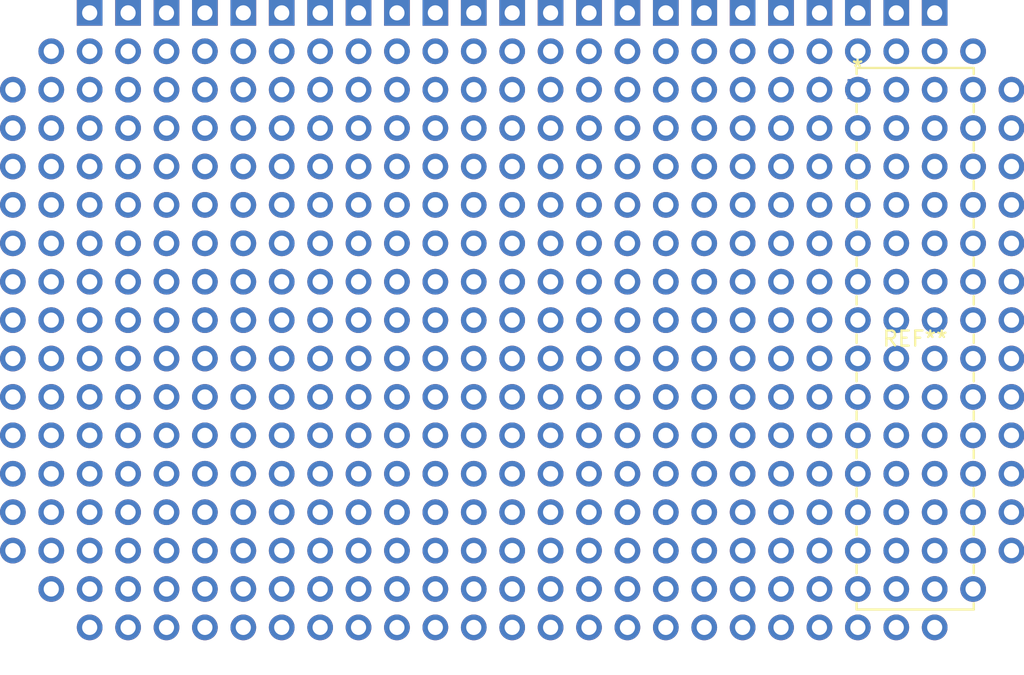
<source format=kicad_pcb>
(kicad_pcb (version 20240108) (generator "pcbnew") (generator_version "8.0")
  (layers (0 "F.Cu" signal) (31 "B.Cu" signal) (34 "B.Paste" user) (35 "F.Paste" user) (36 "B.SilkS" user "B.Silkscreen") (37 "F.SilkS" user "F.Silkscreen") (38 "B.Mask" user) (39 "F.Mask" user) (44 "Edge.Cuts" user))
  (net 0 "")
  (footprint "footprints:SPDIP28_SP_MCH" (layer "F.Cu") (at 89.88 37.26)
    (property "Reference" "REF**" (at 3.81 16.51 0) (layer "F.SilkS"))
    (property "Value" "SPDIP28_SP_MCH")
    (fp_line (start -0.0635 -1.397) (end -0.0635 -0.99314) (stroke (width 0.1524)) (layer "F.SilkS"))
    (fp_line (start -0.0635 0.99314) (end -0.0635 1.548892) (stroke (width 0.1524)) (layer "F.SilkS"))
    (fp_line (start -0.0635 3.531108) (end -0.0635 4.088892) (stroke (width 0.1524)) (layer "F.SilkS"))
    (fp_line (start -0.0635 6.071108) (end -0.0635 6.628892) (stroke (width 0.1524)) (layer "F.SilkS"))
    (fp_line (start -0.0635 8.611108) (end -0.0635 9.168892) (stroke (width 0.1524)) (layer "F.SilkS"))
    (fp_line (start -0.0635 11.151108) (end -0.0635 11.708892) (stroke (width 0.1524)) (layer "F.SilkS"))
    (fp_line (start -0.0635 13.691108) (end -0.0635 14.248892) (stroke (width 0.1524)) (layer "F.SilkS"))
    (fp_line (start -0.0635 16.231108) (end -0.0635 16.788892) (stroke (width 0.1524)) (layer "F.SilkS"))
    (fp_line (start -0.0635 18.771108) (end -0.0635 19.328892) (stroke (width 0.1524)) (layer "F.SilkS"))
    (fp_line (start -0.0635 21.311108) (end -0.0635 21.868892) (stroke (width 0.1524)) (layer "F.SilkS"))
    (fp_line (start -0.0635 23.851108) (end -0.0635 24.408892) (stroke (width 0.1524)) (layer "F.SilkS"))
    (fp_line (start -0.0635 26.391108) (end -0.0635 26.948892) (stroke (width 0.1524)) (layer "F.SilkS"))
    (fp_line (start -0.0635 28.931108) (end -0.0635 29.488892) (stroke (width 0.1524)) (layer "F.SilkS"))
    (fp_line (start -0.0635 31.471108) (end -0.0635 32.028892) (stroke (width 0.1524)) (layer "F.SilkS"))
    (fp_line (start -0.0635 34.011108) (end -0.0635 34.417) (stroke (width 0.1524)) (layer "F.SilkS"))
    (fp_line (start -0.0635 34.417) (end 7.6835 34.417) (stroke (width 0.1524)) (layer "F.SilkS"))
    (fp_line (start 7.6835 -1.397) (end -0.0635 -1.397) (stroke (width 0.1524)) (layer "F.SilkS"))
    (fp_line (start 7.6835 -0.991108) (end 7.6835 -1.397) (stroke (width 0.1524)) (layer "F.SilkS"))
    (fp_line (start 7.6835 1.548892) (end 7.6835 0.991108) (stroke (width 0.1524)) (layer "F.SilkS"))
    (fp_line (start 7.6835 4.088892) (end 7.6835 3.531108) (stroke (width 0.1524)) (layer "F.SilkS"))
    (fp_line (start 7.6835 6.628892) (end 7.6835 6.071108) (stroke (width 0.1524)) (layer "F.SilkS"))
    (fp_line (start 7.6835 9.168892) (end 7.6835 8.611108) (stroke (width 0.1524)) (layer "F.SilkS"))
    (fp_line (start 7.6835 11.708892) (end 7.6835 11.151108) (stroke (width 0.1524)) (layer "F.SilkS"))
    (fp_line (start 7.6835 14.248892) (end 7.6835 13.691108) (stroke (width 0.1524)) (layer "F.SilkS"))
    (fp_line (start 7.6835 16.788892) (end 7.6835 16.231108) (stroke (width 0.1524)) (layer "F.SilkS"))
    (fp_line (start 7.6835 19.328892) (end 7.6835 18.771108) (stroke (width 0.1524)) (layer "F.SilkS"))
    (fp_line (start 7.6835 21.868892) (end 7.6835 21.311108) (stroke (width 0.1524)) (layer "F.SilkS"))
    (fp_line (start 7.6835 24.408892) (end 7.6835 23.851108) (stroke (width 0.1524)) (layer "F.SilkS"))
    (fp_line (start 7.6835 26.948892) (end 7.6835 26.391108) (stroke (width 0.1524)) (layer "F.SilkS"))
    (fp_line (start 7.6835 29.488892) (end 7.6835 28.931108) (stroke (width 0.1524)) (layer "F.SilkS"))
    (fp_line (start 7.6835 32.028892) (end 7.6835 31.471108) (stroke (width 0.1524)) (layer "F.SilkS"))
    (fp_line (start 7.6835 34.417) (end 7.6835 34.011108) (stroke (width 0.1524)) (layer "F.SilkS"))
    (fp_text user "*" (at 0 -1.4224 0) (layer "F.SilkS"))
    (fp_text user "*" (at 0 -1.4224 0) (layer "F.SilkS"))
    (pad "1" thru_hole rect (at 0 0) (size 1.3208 1.3208) (drill 0.8128) (layers "*.Cu" "*.Mask"))
    (pad "2" thru_hole circle (at 0 2.54) (size 1.3208 1.3208) (drill 0.8128) (layers "*.Cu" "*.Mask"))
    (pad "3" thru_hole circle (at 0 5.08) (size 1.3208 1.3208) (drill 0.8128) (layers "*.Cu" "*.Mask"))
    (pad "4" thru_hole circle (at 0 7.62) (size 1.3208 1.3208) (drill 0.8128) (layers "*.Cu" "*.Mask"))
    (pad "5" thru_hole circle (at 0 10.16) (size 1.3208 1.3208) (drill 0.8128) (layers "*.Cu" "*.Mask"))
    (pad "6" thru_hole circle (at 0 12.7) (size 1.3208 1.3208) (drill 0.8128) (layers "*.Cu" "*.Mask"))
    (pad "7" thru_hole circle (at 0 15.24) (size 1.3208 1.3208) (drill 0.8128) (layers "*.Cu" "*.Mask"))
    (pad "8" thru_hole circle (at 0 17.78) (size 1.3208 1.3208) (drill 0.8128) (layers "*.Cu" "*.Mask"))
    (pad "9" thru_hole circle (at 0 20.32) (size 1.3208 1.3208) (drill 0.8128) (layers "*.Cu" "*.Mask"))
    (pad "10" thru_hole circle (at 0 22.86) (size 1.3208 1.3208) (drill 0.8128) (layers "*.Cu" "*.Mask"))
    (pad "11" thru_hole circle (at 0 25.4) (size 1.3208 1.3208) (drill 0.8128) (layers "*.Cu" "*.Mask"))
    (pad "12" thru_hole circle (at 0 27.94) (size 1.3208 1.3208) (drill 0.8128) (layers "*.Cu" "*.Mask"))
    (pad "13" thru_hole circle (at 0 30.48) (size 1.3208 1.3208) (drill 0.8128) (layers "*.Cu" "*.Mask"))
    (pad "14" thru_hole circle (at 0 33.02) (size 1.3208 1.3208) (drill 0.8128) (layers "*.Cu" "*.Mask"))
    (pad "15" thru_hole circle (at 7.62 33.02) (size 1.3208 1.3208) (drill 0.8128) (layers "*.Cu" "*.Mask"))
    (pad "16" thru_hole circle (at 7.62 30.48) (size 1.3208 1.3208) (drill 0.8128) (layers "*.Cu" "*.Mask"))
    (pad "17" thru_hole circle (at 7.62 27.94) (size 1.3208 1.3208) (drill 0.8128) (layers "*.Cu" "*.Mask"))
    (pad "18" thru_hole circle (at 7.62 25.4) (size 1.3208 1.3208) (drill 0.8128) (layers "*.Cu" "*.Mask"))
    (pad "19" thru_hole circle (at 7.62 22.86) (size 1.3208 1.3208) (drill 0.8128) (layers "*.Cu" "*.Mask"))
    (pad "20" thru_hole circle (at 7.62 20.32) (size 1.3208 1.3208) (drill 0.8128) (layers "*.Cu" "*.Mask"))
    (pad "21" thru_hole circle (at 7.62 17.78) (size 1.3208 1.3208) (drill 0.8128) (layers "*.Cu" "*.Mask"))
    (pad "22" thru_hole circle (at 7.62 15.24) (size 1.3208 1.3208) (drill 0.8128) (layers "*.Cu" "*.Mask"))
    (pad "23" thru_hole circle (at 7.62 12.7) (size 1.3208 1.3208) (drill 0.8128) (layers "*.Cu" "*.Mask"))
    (pad "24" thru_hole circle (at 7.62 10.16) (size 1.3208 1.3208) (drill 0.8128) (layers "*.Cu" "*.Mask"))
    (pad "25" thru_hole circle (at 7.62 7.62) (size 1.3208 1.3208) (drill 0.8128) (layers "*.Cu" "*.Mask"))
    (pad "26" thru_hole circle (at 7.62 5.08) (size 1.3208 1.3208) (drill 0.8128) (layers "*.Cu" "*.Mask"))
    (pad "27" thru_hole circle (at 7.62 2.54) (size 1.3208 1.3208) (drill 0.8128) (layers "*.Cu" "*.Mask"))
    (pad "28" thru_hole circle (at 7.62 0) (size 1.3208 1.3208) (drill 0.8128) (layers "*.Cu" "*.Mask"))
  )
  (footprint "universal:Universal_board_27x17_P2.54mm" (layer "F.Cu") (at 67.04 32.22)
    (property "Reference" "REF**" (hide yes))
    (property "Value" "Universal_board_27x17_P2.54mm")
    (pad "1" thru_hole rect (at -27.94 0) (size 1.7 1.7) (drill 1) (layers "*.Cu" "*.Mask"))
    (pad "1" thru_hole rect (at -25.4 0) (size 1.7 1.7) (drill 1) (layers "*.Cu" "*.Mask"))
    (pad "1" thru_hole rect (at -22.86 0) (size 1.7 1.7) (drill 1) (layers "*.Cu" "*.Mask"))
    (pad "1" thru_hole rect (at -20.32 0) (size 1.7 1.7) (drill 1) (layers "*.Cu" "*.Mask"))
    (pad "1" thru_hole rect (at -17.78 0) (size 1.7 1.7) (drill 1) (layers "*.Cu" "*.Mask"))
    (pad "1" thru_hole rect (at -15.24 0) (size 1.7 1.7) (drill 1) (layers "*.Cu" "*.Mask"))
    (pad "1" thru_hole rect (at -12.7 0) (size 1.7 1.7) (drill 1) (layers "*.Cu" "*.Mask"))
    (pad "1" thru_hole rect (at -10.16 0) (size 1.7 1.7) (drill 1) (layers "*.Cu" "*.Mask"))
    (pad "1" thru_hole rect (at -7.62 0) (size 1.7 1.7) (drill 1) (layers "*.Cu" "*.Mask"))
    (pad "1" thru_hole rect (at -5.08 0) (size 1.7 1.7) (drill 1) (layers "*.Cu" "*.Mask"))
    (pad "1" thru_hole rect (at -2.54 0) (size 1.7 1.7) (drill 1) (layers "*.Cu" "*.Mask"))
    (pad "1" thru_hole rect (at 0 0) (size 1.7 1.7) (drill 1) (layers "*.Cu" "*.Mask"))
    (pad "1" thru_hole rect (at 2.54 0) (size 1.7 1.7) (drill 1) (layers "*.Cu" "*.Mask"))
    (pad "1" thru_hole rect (at 5.08 0) (size 1.7 1.7) (drill 1) (layers "*.Cu" "*.Mask"))
    (pad "1" thru_hole rect (at 7.62 0) (size 1.7 1.7) (drill 1) (layers "*.Cu" "*.Mask"))
    (pad "1" thru_hole rect (at 10.16 0) (size 1.7 1.7) (drill 1) (layers "*.Cu" "*.Mask"))
    (pad "1" thru_hole rect (at 12.7 0) (size 1.7 1.7) (drill 1) (layers "*.Cu" "*.Mask"))
    (pad "1" thru_hole rect (at 15.24 0) (size 1.7 1.7) (drill 1) (layers "*.Cu" "*.Mask"))
    (pad "1" thru_hole rect (at 17.78 0) (size 1.7 1.7) (drill 1) (layers "*.Cu" "*.Mask"))
    (pad "1" thru_hole rect (at 20.32 0) (size 1.7 1.7) (drill 1) (layers "*.Cu" "*.Mask"))
    (pad "1" thru_hole rect (at 22.86 0) (size 1.7 1.7) (drill 1) (layers "*.Cu" "*.Mask"))
    (pad "1" thru_hole rect (at 25.4 0) (size 1.7 1.7) (drill 1) (layers "*.Cu" "*.Mask"))
    (pad "1" thru_hole rect (at 27.94 0) (size 1.7 1.7) (drill 1) (layers "*.Cu" "*.Mask"))
    (pad "2" thru_hole oval (at -30.48 2.54) (size 1.7 1.7) (drill 1) (layers "*.Cu" "*.Mask"))
    (pad "2" thru_hole oval (at -27.94 2.54) (size 1.7 1.7) (drill 1) (layers "*.Cu" "*.Mask"))
    (pad "2" thru_hole oval (at -25.4 2.54) (size 1.7 1.7) (drill 1) (layers "*.Cu" "*.Mask"))
    (pad "2" thru_hole oval (at -22.86 2.54) (size 1.7 1.7) (drill 1) (layers "*.Cu" "*.Mask"))
    (pad "2" thru_hole oval (at -20.32 2.54) (size 1.7 1.7) (drill 1) (layers "*.Cu" "*.Mask"))
    (pad "2" thru_hole oval (at -17.78 2.54) (size 1.7 1.7) (drill 1) (layers "*.Cu" "*.Mask"))
    (pad "2" thru_hole oval (at -15.24 2.54) (size 1.7 1.7) (drill 1) (layers "*.Cu" "*.Mask"))
    (pad "2" thru_hole oval (at -12.7 2.54) (size 1.7 1.7) (drill 1) (layers "*.Cu" "*.Mask"))
    (pad "2" thru_hole oval (at -10.16 2.54) (size 1.7 1.7) (drill 1) (layers "*.Cu" "*.Mask"))
    (pad "2" thru_hole oval (at -7.62 2.54) (size 1.7 1.7) (drill 1) (layers "*.Cu" "*.Mask"))
    (pad "2" thru_hole oval (at -5.08 2.54) (size 1.7 1.7) (drill 1) (layers "*.Cu" "*.Mask"))
    (pad "2" thru_hole oval (at -2.54 2.54) (size 1.7 1.7) (drill 1) (layers "*.Cu" "*.Mask"))
    (pad "2" thru_hole oval (at 0 2.54) (size 1.7 1.7) (drill 1) (layers "*.Cu" "*.Mask"))
    (pad "2" thru_hole oval (at 2.54 2.54) (size 1.7 1.7) (drill 1) (layers "*.Cu" "*.Mask"))
    (pad "2" thru_hole oval (at 5.08 2.54) (size 1.7 1.7) (drill 1) (layers "*.Cu" "*.Mask"))
    (pad "2" thru_hole oval (at 7.62 2.54) (size 1.7 1.7) (drill 1) (layers "*.Cu" "*.Mask"))
    (pad "2" thru_hole oval (at 10.16 2.54) (size 1.7 1.7) (drill 1) (layers "*.Cu" "*.Mask"))
    (pad "2" thru_hole oval (at 12.7 2.54) (size 1.7 1.7) (drill 1) (layers "*.Cu" "*.Mask"))
    (pad "2" thru_hole oval (at 15.24 2.54) (size 1.7 1.7) (drill 1) (layers "*.Cu" "*.Mask"))
    (pad "2" thru_hole oval (at 17.78 2.54) (size 1.7 1.7) (drill 1) (layers "*.Cu" "*.Mask"))
    (pad "2" thru_hole oval (at 20.32 2.54) (size 1.7 1.7) (drill 1) (layers "*.Cu" "*.Mask"))
    (pad "2" thru_hole oval (at 22.86 2.54) (size 1.7 1.7) (drill 1) (layers "*.Cu" "*.Mask"))
    (pad "2" thru_hole oval (at 25.4 2.54) (size 1.7 1.7) (drill 1) (layers "*.Cu" "*.Mask"))
    (pad "2" thru_hole oval (at 27.94 2.54) (size 1.7 1.7) (drill 1) (layers "*.Cu" "*.Mask"))
    (pad "2" thru_hole oval (at 30.48 2.54) (size 1.7 1.7) (drill 1) (layers "*.Cu" "*.Mask"))
    (pad "3" thru_hole oval (at -33.02 5.08) (size 1.7 1.7) (drill 1) (layers "*.Cu" "*.Mask"))
    (pad "3" thru_hole oval (at -30.48 5.08) (size 1.7 1.7) (drill 1) (layers "*.Cu" "*.Mask"))
    (pad "3" thru_hole oval (at -27.94 5.08) (size 1.7 1.7) (drill 1) (layers "*.Cu" "*.Mask"))
    (pad "3" thru_hole oval (at -25.4 5.08) (size 1.7 1.7) (drill 1) (layers "*.Cu" "*.Mask"))
    (pad "3" thru_hole oval (at -22.86 5.08) (size 1.7 1.7) (drill 1) (layers "*.Cu" "*.Mask"))
    (pad "3" thru_hole oval (at -20.32 5.08) (size 1.7 1.7) (drill 1) (layers "*.Cu" "*.Mask"))
    (pad "3" thru_hole oval (at -17.78 5.08) (size 1.7 1.7) (drill 1) (layers "*.Cu" "*.Mask"))
    (pad "3" thru_hole oval (at -15.24 5.08) (size 1.7 1.7) (drill 1) (layers "*.Cu" "*.Mask"))
    (pad "3" thru_hole oval (at -12.7 5.08) (size 1.7 1.7) (drill 1) (layers "*.Cu" "*.Mask"))
    (pad "3" thru_hole oval (at -10.16 5.08) (size 1.7 1.7) (drill 1) (layers "*.Cu" "*.Mask"))
    (pad "3" thru_hole oval (at -7.62 5.08) (size 1.7 1.7) (drill 1) (layers "*.Cu" "*.Mask"))
    (pad "3" thru_hole oval (at -5.08 5.08) (size 1.7 1.7) (drill 1) (layers "*.Cu" "*.Mask"))
    (pad "3" thru_hole oval (at -2.54 5.08) (size 1.7 1.7) (drill 1) (layers "*.Cu" "*.Mask"))
    (pad "3" thru_hole oval (at 0 5.08) (size 1.7 1.7) (drill 1) (layers "*.Cu" "*.Mask"))
    (pad "3" thru_hole oval (at 2.54 5.08) (size 1.7 1.7) (drill 1) (layers "*.Cu" "*.Mask"))
    (pad "3" thru_hole oval (at 5.08 5.08) (size 1.7 1.7) (drill 1) (layers "*.Cu" "*.Mask"))
    (pad "3" thru_hole oval (at 7.62 5.08) (size 1.7 1.7) (drill 1) (layers "*.Cu" "*.Mask"))
    (pad "3" thru_hole oval (at 10.16 5.08) (size 1.7 1.7) (drill 1) (layers "*.Cu" "*.Mask"))
    (pad "3" thru_hole oval (at 12.7 5.08) (size 1.7 1.7) (drill 1) (layers "*.Cu" "*.Mask"))
    (pad "3" thru_hole oval (at 15.24 5.08) (size 1.7 1.7) (drill 1) (layers "*.Cu" "*.Mask"))
    (pad "3" thru_hole oval (at 17.78 5.08) (size 1.7 1.7) (drill 1) (layers "*.Cu" "*.Mask"))
    (pad "3" thru_hole oval (at 20.32 5.08) (size 1.7 1.7) (drill 1) (layers "*.Cu" "*.Mask"))
    (pad "3" thru_hole oval (at 22.86 5.08) (size 1.7 1.7) (drill 1) (layers "*.Cu" "*.Mask"))
    (pad "3" thru_hole oval (at 25.4 5.08) (size 1.7 1.7) (drill 1) (layers "*.Cu" "*.Mask"))
    (pad "3" thru_hole oval (at 27.94 5.08) (size 1.7 1.7) (drill 1) (layers "*.Cu" "*.Mask"))
    (pad "3" thru_hole oval (at 30.48 5.08) (size 1.7 1.7) (drill 1) (layers "*.Cu" "*.Mask"))
    (pad "3" thru_hole oval (at 33.02 5.08) (size 1.7 1.7) (drill 1) (layers "*.Cu" "*.Mask"))
    (pad "4" thru_hole oval (at -33.02 7.62) (size 1.7 1.7) (drill 1) (layers "*.Cu" "*.Mask"))
    (pad "4" thru_hole oval (at -30.48 7.62) (size 1.7 1.7) (drill 1) (layers "*.Cu" "*.Mask"))
    (pad "4" thru_hole oval (at -27.94 7.62) (size 1.7 1.7) (drill 1) (layers "*.Cu" "*.Mask"))
    (pad "4" thru_hole oval (at -25.4 7.62) (size 1.7 1.7) (drill 1) (layers "*.Cu" "*.Mask"))
    (pad "4" thru_hole oval (at -22.86 7.62) (size 1.7 1.7) (drill 1) (layers "*.Cu" "*.Mask"))
    (pad "4" thru_hole oval (at -20.32 7.62) (size 1.7 1.7) (drill 1) (layers "*.Cu" "*.Mask"))
    (pad "4" thru_hole oval (at -17.78 7.62) (size 1.7 1.7) (drill 1) (layers "*.Cu" "*.Mask"))
    (pad "4" thru_hole oval (at -15.24 7.62) (size 1.7 1.7) (drill 1) (layers "*.Cu" "*.Mask"))
    (pad "4" thru_hole oval (at -12.7 7.62) (size 1.7 1.7) (drill 1) (layers "*.Cu" "*.Mask"))
    (pad "4" thru_hole oval (at -10.16 7.62) (size 1.7 1.7) (drill 1) (layers "*.Cu" "*.Mask"))
    (pad "4" thru_hole oval (at -7.62 7.62) (size 1.7 1.7) (drill 1) (layers "*.Cu" "*.Mask"))
    (pad "4" thru_hole oval (at -5.08 7.62) (size 1.7 1.7) (drill 1) (layers "*.Cu" "*.Mask"))
    (pad "4" thru_hole oval (at -2.54 7.62) (size 1.7 1.7) (drill 1) (layers "*.Cu" "*.Mask"))
    (pad "4" thru_hole oval (at 0 7.62) (size 1.7 1.7) (drill 1) (layers "*.Cu" "*.Mask"))
    (pad "4" thru_hole oval (at 2.54 7.62) (size 1.7 1.7) (drill 1) (layers "*.Cu" "*.Mask"))
    (pad "4" thru_hole oval (at 5.08 7.62) (size 1.7 1.7) (drill 1) (layers "*.Cu" "*.Mask"))
    (pad "4" thru_hole oval (at 7.62 7.62) (size 1.7 1.7) (drill 1) (layers "*.Cu" "*.Mask"))
    (pad "4" thru_hole oval (at 10.16 7.62) (size 1.7 1.7) (drill 1) (layers "*.Cu" "*.Mask"))
    (pad "4" thru_hole oval (at 12.7 7.62) (size 1.7 1.7) (drill 1) (layers "*.Cu" "*.Mask"))
    (pad "4" thru_hole oval (at 15.24 7.62) (size 1.7 1.7) (drill 1) (layers "*.Cu" "*.Mask"))
    (pad "4" thru_hole oval (at 17.78 7.62) (size 1.7 1.7) (drill 1) (layers "*.Cu" "*.Mask"))
    (pad "4" thru_hole oval (at 20.32 7.62) (size 1.7 1.7) (drill 1) (layers "*.Cu" "*.Mask"))
    (pad "4" thru_hole oval (at 22.86 7.62) (size 1.7 1.7) (drill 1) (layers "*.Cu" "*.Mask"))
    (pad "4" thru_hole oval (at 25.4 7.62) (size 1.7 1.7) (drill 1) (layers "*.Cu" "*.Mask"))
    (pad "4" thru_hole oval (at 27.94 7.62) (size 1.7 1.7) (drill 1) (layers "*.Cu" "*.Mask"))
    (pad "4" thru_hole oval (at 30.48 7.62) (size 1.7 1.7) (drill 1) (layers "*.Cu" "*.Mask"))
    (pad "4" thru_hole oval (at 33.02 7.62) (size 1.7 1.7) (drill 1) (layers "*.Cu" "*.Mask"))
    (pad "5" thru_hole oval (at -33.02 10.16) (size 1.7 1.7) (drill 1) (layers "*.Cu" "*.Mask"))
    (pad "5" thru_hole oval (at -30.48 10.16) (size 1.7 1.7) (drill 1) (layers "*.Cu" "*.Mask"))
    (pad "5" thru_hole oval (at -27.94 10.16) (size 1.7 1.7) (drill 1) (layers "*.Cu" "*.Mask"))
    (pad "5" thru_hole oval (at -25.4 10.16) (size 1.7 1.7) (drill 1) (layers "*.Cu" "*.Mask"))
    (pad "5" thru_hole oval (at -22.86 10.16) (size 1.7 1.7) (drill 1) (layers "*.Cu" "*.Mask"))
    (pad "5" thru_hole oval (at -20.32 10.16) (size 1.7 1.7) (drill 1) (layers "*.Cu" "*.Mask"))
    (pad "5" thru_hole oval (at -17.78 10.16) (size 1.7 1.7) (drill 1) (layers "*.Cu" "*.Mask"))
    (pad "5" thru_hole oval (at -15.24 10.16) (size 1.7 1.7) (drill 1) (layers "*.Cu" "*.Mask"))
    (pad "5" thru_hole oval (at -12.7 10.16) (size 1.7 1.7) (drill 1) (layers "*.Cu" "*.Mask"))
    (pad "5" thru_hole oval (at -10.16 10.16) (size 1.7 1.7) (drill 1) (layers "*.Cu" "*.Mask"))
    (pad "5" thru_hole oval (at -7.62 10.16) (size 1.7 1.7) (drill 1) (layers "*.Cu" "*.Mask"))
    (pad "5" thru_hole oval (at -5.08 10.16) (size 1.7 1.7) (drill 1) (layers "*.Cu" "*.Mask"))
    (pad "5" thru_hole oval (at -2.54 10.16) (size 1.7 1.7) (drill 1) (layers "*.Cu" "*.Mask"))
    (pad "5" thru_hole oval (at 0 10.16) (size 1.7 1.7) (drill 1) (layers "*.Cu" "*.Mask"))
    (pad "5" thru_hole oval (at 2.54 10.16) (size 1.7 1.7) (drill 1) (layers "*.Cu" "*.Mask"))
    (pad "5" thru_hole oval (at 5.08 10.16) (size 1.7 1.7) (drill 1) (layers "*.Cu" "*.Mask"))
    (pad "5" thru_hole oval (at 7.62 10.16) (size 1.7 1.7) (drill 1) (layers "*.Cu" "*.Mask"))
    (pad "5" thru_hole oval (at 10.16 10.16) (size 1.7 1.7) (drill 1) (layers "*.Cu" "*.Mask"))
    (pad "5" thru_hole oval (at 12.7 10.16) (size 1.7 1.7) (drill 1) (layers "*.Cu" "*.Mask"))
    (pad "5" thru_hole oval (at 15.24 10.16) (size 1.7 1.7) (drill 1) (layers "*.Cu" "*.Mask"))
    (pad "5" thru_hole oval (at 17.78 10.16) (size 1.7 1.7) (drill 1) (layers "*.Cu" "*.Mask"))
    (pad "5" thru_hole oval (at 20.32 10.16) (size 1.7 1.7) (drill 1) (layers "*.Cu" "*.Mask"))
    (pad "5" thru_hole oval (at 22.86 10.16) (size 1.7 1.7) (drill 1) (layers "*.Cu" "*.Mask"))
    (pad "5" thru_hole oval (at 25.4 10.16) (size 1.7 1.7) (drill 1) (layers "*.Cu" "*.Mask"))
    (pad "5" thru_hole oval (at 27.94 10.16) (size 1.7 1.7) (drill 1) (layers "*.Cu" "*.Mask"))
    (pad "5" thru_hole oval (at 30.48 10.16) (size 1.7 1.7) (drill 1) (layers "*.Cu" "*.Mask"))
    (pad "5" thru_hole oval (at 33.02 10.16) (size 1.7 1.7) (drill 1) (layers "*.Cu" "*.Mask"))
    (pad "6" thru_hole oval (at -33.02 12.7) (size 1.7 1.7) (drill 1) (layers "*.Cu" "*.Mask"))
    (pad "6" thru_hole oval (at -30.48 12.7) (size 1.7 1.7) (drill 1) (layers "*.Cu" "*.Mask"))
    (pad "6" thru_hole oval (at -27.94 12.7) (size 1.7 1.7) (drill 1) (layers "*.Cu" "*.Mask"))
    (pad "6" thru_hole oval (at -25.4 12.7) (size 1.7 1.7) (drill 1) (layers "*.Cu" "*.Mask"))
    (pad "6" thru_hole oval (at -22.86 12.7) (size 1.7 1.7) (drill 1) (layers "*.Cu" "*.Mask"))
    (pad "6" thru_hole oval (at -20.32 12.7) (size 1.7 1.7) (drill 1) (layers "*.Cu" "*.Mask"))
    (pad "6" thru_hole oval (at -17.78 12.7) (size 1.7 1.7) (drill 1) (layers "*.Cu" "*.Mask"))
    (pad "6" thru_hole oval (at -15.24 12.7) (size 1.7 1.7) (drill 1) (layers "*.Cu" "*.Mask"))
    (pad "6" thru_hole oval (at -12.7 12.7) (size 1.7 1.7) (drill 1) (layers "*.Cu" "*.Mask"))
    (pad "6" thru_hole oval (at -10.16 12.7) (size 1.7 1.7) (drill 1) (layers "*.Cu" "*.Mask"))
    (pad "6" thru_hole oval (at -7.62 12.7) (size 1.7 1.7) (drill 1) (layers "*.Cu" "*.Mask"))
    (pad "6" thru_hole oval (at -5.08 12.7) (size 1.7 1.7) (drill 1) (layers "*.Cu" "*.Mask"))
    (pad "6" thru_hole oval (at -2.54 12.7) (size 1.7 1.7) (drill 1) (layers "*.Cu" "*.Mask"))
    (pad "6" thru_hole oval (at 0 12.7) (size 1.7 1.7) (drill 1) (layers "*.Cu" "*.Mask"))
    (pad "6" thru_hole oval (at 2.54 12.7) (size 1.7 1.7) (drill 1) (layers "*.Cu" "*.Mask"))
    (pad "6" thru_hole oval (at 5.08 12.7) (size 1.7 1.7) (drill 1) (layers "*.Cu" "*.Mask"))
    (pad "6" thru_hole oval (at 7.62 12.7) (size 1.7 1.7) (drill 1) (layers "*.Cu" "*.Mask"))
    (pad "6" thru_hole oval (at 10.16 12.7) (size 1.7 1.7) (drill 1) (layers "*.Cu" "*.Mask"))
    (pad "6" thru_hole oval (at 12.7 12.7) (size 1.7 1.7) (drill 1) (layers "*.Cu" "*.Mask"))
    (pad "6" thru_hole oval (at 15.24 12.7) (size 1.7 1.7) (drill 1) (layers "*.Cu" "*.Mask"))
    (pad "6" thru_hole oval (at 17.78 12.7) (size 1.7 1.7) (drill 1) (layers "*.Cu" "*.Mask"))
    (pad "6" thru_hole oval (at 20.32 12.7) (size 1.7 1.7) (drill 1) (layers "*.Cu" "*.Mask"))
    (pad "6" thru_hole oval (at 22.86 12.7) (size 1.7 1.7) (drill 1) (layers "*.Cu" "*.Mask"))
    (pad "6" thru_hole oval (at 25.4 12.7) (size 1.7 1.7) (drill 1) (layers "*.Cu" "*.Mask"))
    (pad "6" thru_hole oval (at 27.94 12.7) (size 1.7 1.7) (drill 1) (layers "*.Cu" "*.Mask"))
    (pad "6" thru_hole oval (at 30.48 12.7) (size 1.7 1.7) (drill 1) (layers "*.Cu" "*.Mask"))
    (pad "6" thru_hole oval (at 33.02 12.7) (size 1.7 1.7) (drill 1) (layers "*.Cu" "*.Mask"))
    (pad "7" thru_hole oval (at -33.02 15.24) (size 1.7 1.7) (drill 1) (layers "*.Cu" "*.Mask"))
    (pad "7" thru_hole oval (at -30.48 15.24) (size 1.7 1.7) (drill 1) (layers "*.Cu" "*.Mask"))
    (pad "7" thru_hole oval (at -27.94 15.24) (size 1.7 1.7) (drill 1) (layers "*.Cu" "*.Mask"))
    (pad "7" thru_hole oval (at -25.4 15.24) (size 1.7 1.7) (drill 1) (layers "*.Cu" "*.Mask"))
    (pad "7" thru_hole oval (at -22.86 15.24) (size 1.7 1.7) (drill 1) (layers "*.Cu" "*.Mask"))
    (pad "7" thru_hole oval (at -20.32 15.24) (size 1.7 1.7) (drill 1) (layers "*.Cu" "*.Mask"))
    (pad "7" thru_hole oval (at -17.78 15.24) (size 1.7 1.7) (drill 1) (layers "*.Cu" "*.Mask"))
    (pad "7" thru_hole oval (at -15.24 15.24) (size 1.7 1.7) (drill 1) (layers "*.Cu" "*.Mask"))
    (pad "7" thru_hole oval (at -12.7 15.24) (size 1.7 1.7) (drill 1) (layers "*.Cu" "*.Mask"))
    (pad "7" thru_hole oval (at -10.16 15.24) (size 1.7 1.7) (drill 1) (layers "*.Cu" "*.Mask"))
    (pad "7" thru_hole oval (at -7.62 15.24) (size 1.7 1.7) (drill 1) (layers "*.Cu" "*.Mask"))
    (pad "7" thru_hole oval (at -5.08 15.24) (size 1.7 1.7) (drill 1) (layers "*.Cu" "*.Mask"))
    (pad "7" thru_hole oval (at -2.54 15.24) (size 1.7 1.7) (drill 1) (layers "*.Cu" "*.Mask"))
    (pad "7" thru_hole oval (at 0 15.24) (size 1.7 1.7) (drill 1) (layers "*.Cu" "*.Mask"))
    (pad "7" thru_hole oval (at 2.54 15.24) (size 1.7 1.7) (drill 1) (layers "*.Cu" "*.Mask"))
    (pad "7" thru_hole oval (at 5.08 15.24) (size 1.7 1.7) (drill 1) (layers "*.Cu" "*.Mask"))
    (pad "7" thru_hole oval (at 7.62 15.24) (size 1.7 1.7) (drill 1) (layers "*.Cu" "*.Mask"))
    (pad "7" thru_hole oval (at 10.16 15.24) (size 1.7 1.7) (drill 1) (layers "*.Cu" "*.Mask"))
    (pad "7" thru_hole oval (at 12.7 15.24) (size 1.7 1.7) (drill 1) (layers "*.Cu" "*.Mask"))
    (pad "7" thru_hole oval (at 15.24 15.24) (size 1.7 1.7) (drill 1) (layers "*.Cu" "*.Mask"))
    (pad "7" thru_hole oval (at 17.78 15.24) (size 1.7 1.7) (drill 1) (layers "*.Cu" "*.Mask"))
    (pad "7" thru_hole oval (at 20.32 15.24) (size 1.7 1.7) (drill 1) (layers "*.Cu" "*.Mask"))
    (pad "7" thru_hole oval (at 22.86 15.24) (size 1.7 1.7) (drill 1) (layers "*.Cu" "*.Mask"))
    (pad "7" thru_hole oval (at 25.4 15.24) (size 1.7 1.7) (drill 1) (layers "*.Cu" "*.Mask"))
    (pad "7" thru_hole oval (at 27.94 15.24) (size 1.7 1.7) (drill 1) (layers "*.Cu" "*.Mask"))
    (pad "7" thru_hole oval (at 30.48 15.24) (size 1.7 1.7) (drill 1) (layers "*.Cu" "*.Mask"))
    (pad "7" thru_hole oval (at 33.02 15.24) (size 1.7 1.7) (drill 1) (layers "*.Cu" "*.Mask"))
    (pad "8" thru_hole oval (at -33.02 17.78) (size 1.7 1.7) (drill 1) (layers "*.Cu" "*.Mask"))
    (pad "8" thru_hole oval (at -30.48 17.78) (size 1.7 1.7) (drill 1) (layers "*.Cu" "*.Mask"))
    (pad "8" thru_hole oval (at -27.94 17.78) (size 1.7 1.7) (drill 1) (layers "*.Cu" "*.Mask"))
    (pad "8" thru_hole oval (at -25.4 17.78) (size 1.7 1.7) (drill 1) (layers "*.Cu" "*.Mask"))
    (pad "8" thru_hole oval (at -22.86 17.78) (size 1.7 1.7) (drill 1) (layers "*.Cu" "*.Mask"))
    (pad "8" thru_hole oval (at -20.32 17.78) (size 1.7 1.7) (drill 1) (layers "*.Cu" "*.Mask"))
    (pad "8" thru_hole oval (at -17.78 17.78) (size 1.7 1.7) (drill 1) (layers "*.Cu" "*.Mask"))
    (pad "8" thru_hole oval (at -15.24 17.78) (size 1.7 1.7) (drill 1) (layers "*.Cu" "*.Mask"))
    (pad "8" thru_hole oval (at -12.7 17.78) (size 1.7 1.7) (drill 1) (layers "*.Cu" "*.Mask"))
    (pad "8" thru_hole oval (at -10.16 17.78) (size 1.7 1.7) (drill 1) (layers "*.Cu" "*.Mask"))
    (pad "8" thru_hole oval (at -7.62 17.78) (size 1.7 1.7) (drill 1) (layers "*.Cu" "*.Mask"))
    (pad "8" thru_hole oval (at -5.08 17.78) (size 1.7 1.7) (drill 1) (layers "*.Cu" "*.Mask"))
    (pad "8" thru_hole oval (at -2.54 17.78) (size 1.7 1.7) (drill 1) (layers "*.Cu" "*.Mask"))
    (pad "8" thru_hole oval (at 0 17.78) (size 1.7 1.7) (drill 1) (layers "*.Cu" "*.Mask"))
    (pad "8" thru_hole oval (at 2.54 17.78) (size 1.7 1.7) (drill 1) (layers "*.Cu" "*.Mask"))
    (pad "8" thru_hole oval (at 5.08 17.78) (size 1.7 1.7) (drill 1) (layers "*.Cu" "*.Mask"))
    (pad "8" thru_hole oval (at 7.62 17.78) (size 1.7 1.7) (drill 1) (layers "*.Cu" "*.Mask"))
    (pad "8" thru_hole oval (at 10.16 17.78) (size 1.7 1.7) (drill 1) (layers "*.Cu" "*.Mask"))
    (pad "8" thru_hole oval (at 12.7 17.78) (size 1.7 1.7) (drill 1) (layers "*.Cu" "*.Mask"))
    (pad "8" thru_hole oval (at 15.24 17.78) (size 1.7 1.7) (drill 1) (layers "*.Cu" "*.Mask"))
    (pad "8" thru_hole oval (at 17.78 17.78) (size 1.7 1.7) (drill 1) (layers "*.Cu" "*.Mask"))
    (pad "8" thru_hole oval (at 20.32 17.78) (size 1.7 1.7) (drill 1) (layers "*.Cu" "*.Mask"))
    (pad "8" thru_hole oval (at 22.86 17.78) (size 1.7 1.7) (drill 1) (layers "*.Cu" "*.Mask"))
    (pad "8" thru_hole oval (at 25.4 17.78) (size 1.7 1.7) (drill 1) (layers "*.Cu" "*.Mask"))
    (pad "8" thru_hole oval (at 27.94 17.78) (size 1.7 1.7) (drill 1) (layers "*.Cu" "*.Mask"))
    (pad "8" thru_hole oval (at 30.48 17.78) (size 1.7 1.7) (drill 1) (layers "*.Cu" "*.Mask"))
    (pad "8" thru_hole oval (at 33.02 17.78) (size 1.7 1.7) (drill 1) (layers "*.Cu" "*.Mask"))
    (pad "9" thru_hole oval (at -33.02 20.32) (size 1.7 1.7) (drill 1) (layers "*.Cu" "*.Mask"))
    (pad "9" thru_hole oval (at -30.48 20.32) (size 1.7 1.7) (drill 1) (layers "*.Cu" "*.Mask"))
    (pad "9" thru_hole oval (at -27.94 20.32) (size 1.7 1.7) (drill 1) (layers "*.Cu" "*.Mask"))
    (pad "9" thru_hole oval (at -25.4 20.32) (size 1.7 1.7) (drill 1) (layers "*.Cu" "*.Mask"))
    (pad "9" thru_hole oval (at -22.86 20.32) (size 1.7 1.7) (drill 1) (layers "*.Cu" "*.Mask"))
    (pad "9" thru_hole oval (at -20.32 20.32) (size 1.7 1.7) (drill 1) (layers "*.Cu" "*.Mask"))
    (pad "9" thru_hole oval (at -17.78 20.32) (size 1.7 1.7) (drill 1) (layers "*.Cu" "*.Mask"))
    (pad "9" thru_hole oval (at -15.24 20.32) (size 1.7 1.7) (drill 1) (layers "*.Cu" "*.Mask"))
    (pad "9" thru_hole oval (at -12.7 20.32) (size 1.7 1.7) (drill 1) (layers "*.Cu" "*.Mask"))
    (pad "9" thru_hole oval (at -10.16 20.32) (size 1.7 1.7) (drill 1) (layers "*.Cu" "*.Mask"))
    (pad "9" thru_hole oval (at -7.62 20.32) (size 1.7 1.7) (drill 1) (layers "*.Cu" "*.Mask"))
    (pad "9" thru_hole oval (at -5.08 20.32) (size 1.7 1.7) (drill 1) (layers "*.Cu" "*.Mask"))
    (pad "9" thru_hole oval (at -2.54 20.32) (size 1.7 1.7) (drill 1) (layers "*.Cu" "*.Mask"))
    (pad "9" thru_hole oval (at 0 20.32) (size 1.7 1.7) (drill 1) (layers "*.Cu" "*.Mask"))
    (pad "9" thru_hole oval (at 2.54 20.32) (size 1.7 1.7) (drill 1) (layers "*.Cu" "*.Mask"))
    (pad "9" thru_hole oval (at 5.08 20.32) (size 1.7 1.7) (drill 1) (layers "*.Cu" "*.Mask"))
    (pad "9" thru_hole oval (at 7.62 20.32) (size 1.7 1.7) (drill 1) (layers "*.Cu" "*.Mask"))
    (pad "9" thru_hole oval (at 10.16 20.32) (size 1.7 1.7) (drill 1) (layers "*.Cu" "*.Mask"))
    (pad "9" thru_hole oval (at 12.7 20.32) (size 1.7 1.7) (drill 1) (layers "*.Cu" "*.Mask"))
    (pad "9" thru_hole oval (at 15.24 20.32) (size 1.7 1.7) (drill 1) (layers "*.Cu" "*.Mask"))
    (pad "9" thru_hole oval (at 17.78 20.32) (size 1.7 1.7) (drill 1) (layers "*.Cu" "*.Mask"))
    (pad "9" thru_hole oval (at 20.32 20.32) (size 1.7 1.7) (drill 1) (layers "*.Cu" "*.Mask"))
    (pad "9" thru_hole oval (at 22.86 20.32) (size 1.7 1.7) (drill 1) (layers "*.Cu" "*.Mask"))
    (pad "9" thru_hole oval (at 25.4 20.32) (size 1.7 1.7) (drill 1) (layers "*.Cu" "*.Mask"))
    (pad "9" thru_hole oval (at 27.94 20.32) (size 1.7 1.7) (drill 1) (layers "*.Cu" "*.Mask"))
    (pad "9" thru_hole oval (at 30.48 20.32) (size 1.7 1.7) (drill 1) (layers "*.Cu" "*.Mask"))
    (pad "9" thru_hole oval (at 33.02 20.32) (size 1.7 1.7) (drill 1) (layers "*.Cu" "*.Mask"))
    (pad "10" thru_hole oval (at -33.02 22.86) (size 1.7 1.7) (drill 1) (layers "*.Cu" "*.Mask"))
    (pad "10" thru_hole oval (at -30.48 22.86) (size 1.7 1.7) (drill 1) (layers "*.Cu" "*.Mask"))
    (pad "10" thru_hole oval (at -27.94 22.86) (size 1.7 1.7) (drill 1) (layers "*.Cu" "*.Mask"))
    (pad "10" thru_hole oval (at -25.4 22.86) (size 1.7 1.7) (drill 1) (layers "*.Cu" "*.Mask"))
    (pad "10" thru_hole oval (at -22.86 22.86) (size 1.7 1.7) (drill 1) (layers "*.Cu" "*.Mask"))
    (pad "10" thru_hole oval (at -20.32 22.86) (size 1.7 1.7) (drill 1) (layers "*.Cu" "*.Mask"))
    (pad "10" thru_hole oval (at -17.78 22.86) (size 1.7 1.7) (drill 1) (layers "*.Cu" "*.Mask"))
    (pad "10" thru_hole oval (at -15.24 22.86) (size 1.7 1.7) (drill 1) (layers "*.Cu" "*.Mask"))
    (pad "10" thru_hole oval (at -12.7 22.86) (size 1.7 1.7) (drill 1) (layers "*.Cu" "*.Mask"))
    (pad "10" thru_hole oval (at -10.16 22.86) (size 1.7 1.7) (drill 1) (layers "*.Cu" "*.Mask"))
    (pad "10" thru_hole oval (at -7.62 22.86) (size 1.7 1.7) (drill 1) (layers "*.Cu" "*.Mask"))
    (pad "10" thru_hole oval (at -5.08 22.86) (size 1.7 1.7) (drill 1) (layers "*.Cu" "*.Mask"))
    (pad "10" thru_hole oval (at -2.54 22.86) (size 1.7 1.7) (drill 1) (layers "*.Cu" "*.Mask"))
    (pad "10" thru_hole oval (at 0 22.86) (size 1.7 1.7) (drill 1) (layers "*.Cu" "*.Mask"))
    (pad "10" thru_hole oval (at 2.54 22.86) (size 1.7 1.7) (drill 1) (layers "*.Cu" "*.Mask"))
    (pad "10" thru_hole oval (at 5.08 22.86) (size 1.7 1.7) (drill 1) (layers "*.Cu" "*.Mask"))
    (pad "10" thru_hole oval (at 7.62 22.86) (size 1.7 1.7) (drill 1) (layers "*.Cu" "*.Mask"))
    (pad "10" thru_hole oval (at 10.16 22.86) (size 1.7 1.7) (drill 1) (layers "*.Cu" "*.Mask"))
    (pad "10" thru_hole oval (at 12.7 22.86) (size 1.7 1.7) (drill 1) (layers "*.Cu" "*.Mask"))
    (pad "10" thru_hole oval (at 15.24 22.86) (size 1.7 1.7) (drill 1) (layers "*.Cu" "*.Mask"))
    (pad "10" thru_hole oval (at 17.78 22.86) (size 1.7 1.7) (drill 1) (layers "*.Cu" "*.Mask"))
    (pad "10" thru_hole oval (at 20.32 22.86) (size 1.7 1.7) (drill 1) (layers "*.Cu" "*.Mask"))
    (pad "10" thru_hole oval (at 22.86 22.86) (size 1.7 1.7) (drill 1) (layers "*.Cu" "*.Mask"))
    (pad "10" thru_hole oval (at 25.4 22.86) (size 1.7 1.7) (drill 1) (layers "*.Cu" "*.Mask"))
    (pad "10" thru_hole oval (at 27.94 22.86) (size 1.7 1.7) (drill 1) (layers "*.Cu" "*.Mask"))
    (pad "10" thru_hole oval (at 30.48 22.86) (size 1.7 1.7) (drill 1) (layers "*.Cu" "*.Mask"))
    (pad "10" thru_hole oval (at 33.02 22.86) (size 1.7 1.7) (drill 1) (layers "*.Cu" "*.Mask"))
    (pad "11" thru_hole oval (at -33.02 25.4) (size 1.7 1.7) (drill 1) (layers "*.Cu" "*.Mask"))
    (pad "11" thru_hole oval (at -30.48 25.4) (size 1.7 1.7) (drill 1) (layers "*.Cu" "*.Mask"))
    (pad "11" thru_hole oval (at -27.94 25.4) (size 1.7 1.7) (drill 1) (layers "*.Cu" "*.Mask"))
    (pad "11" thru_hole oval (at -25.4 25.4) (size 1.7 1.7) (drill 1) (layers "*.Cu" "*.Mask"))
    (pad "11" thru_hole oval (at -22.86 25.4) (size 1.7 1.7) (drill 1) (layers "*.Cu" "*.Mask"))
    (pad "11" thru_hole oval (at -20.32 25.4) (size 1.7 1.7) (drill 1) (layers "*.Cu" "*.Mask"))
    (pad "11" thru_hole oval (at -17.78 25.4) (size 1.7 1.7) (drill 1) (layers "*.Cu" "*.Mask"))
    (pad "11" thru_hole oval (at -15.24 25.4) (size 1.7 1.7) (drill 1) (layers "*.Cu" "*.Mask"))
    (pad "11" thru_hole oval (at -12.7 25.4) (size 1.7 1.7) (drill 1) (layers "*.Cu" "*.Mask"))
    (pad "11" thru_hole oval (at -10.16 25.4) (size 1.7 1.7) (drill 1) (layers "*.Cu" "*.Mask"))
    (pad "11" thru_hole oval (at -7.62 25.4) (size 1.7 1.7) (drill 1) (layers "*.Cu" "*.Mask"))
    (pad "11" thru_hole oval (at -5.08 25.4) (size 1.7 1.7) (drill 1) (layers "*.Cu" "*.Mask"))
    (pad "11" thru_hole oval (at -2.54 25.4) (size 1.7 1.7) (drill 1) (layers "*.Cu" "*.Mask"))
    (pad "11" thru_hole oval (at 0 25.4) (size 1.7 1.7) (drill 1) (layers "*.Cu" "*.Mask"))
    (pad "11" thru_hole oval (at 2.54 25.4) (size 1.7 1.7) (drill 1) (layers "*.Cu" "*.Mask"))
    (pad "11" thru_hole oval (at 5.08 25.4) (size 1.7 1.7) (drill 1) (layers "*.Cu" "*.Mask"))
    (pad "11" thru_hole oval (at 7.62 25.4) (size 1.7 1.7) (drill 1) (layers "*.Cu" "*.Mask"))
    (pad "11" thru_hole oval (at 10.16 25.4) (size 1.7 1.7) (drill 1) (layers "*.Cu" "*.Mask"))
    (pad "11" thru_hole oval (at 12.7 25.4) (size 1.7 1.7) (drill 1) (layers "*.Cu" "*.Mask"))
    (pad "11" thru_hole oval (at 15.24 25.4) (size 1.7 1.7) (drill 1) (layers "*.Cu" "*.Mask"))
    (pad "11" thru_hole oval (at 17.78 25.4) (size 1.7 1.7) (drill 1) (layers "*.Cu" "*.Mask"))
    (pad "11" thru_hole oval (at 20.32 25.4) (size 1.7 1.7) (drill 1) (layers "*.Cu" "*.Mask"))
    (pad "11" thru_hole oval (at 22.86 25.4) (size 1.7 1.7) (drill 1) (layers "*.Cu" "*.Mask"))
    (pad "11" thru_hole oval (at 25.4 25.4) (size 1.7 1.7) (drill 1) (layers "*.Cu" "*.Mask"))
    (pad "11" thru_hole oval (at 27.94 25.4) (size 1.7 1.7) (drill 1) (layers "*.Cu" "*.Mask"))
    (pad "11" thru_hole oval (at 30.48 25.4) (size 1.7 1.7) (drill 1) (layers "*.Cu" "*.Mask"))
    (pad "11" thru_hole oval (at 33.02 25.4) (size 1.7 1.7) (drill 1) (layers "*.Cu" "*.Mask"))
    (pad "12" thru_hole oval (at -33.02 27.94) (size 1.7 1.7) (drill 1) (layers "*.Cu" "*.Mask"))
    (pad "12" thru_hole oval (at -30.48 27.94) (size 1.7 1.7) (drill 1) (layers "*.Cu" "*.Mask"))
    (pad "12" thru_hole oval (at -27.94 27.94) (size 1.7 1.7) (drill 1) (layers "*.Cu" "*.Mask"))
    (pad "12" thru_hole oval (at -25.4 27.94) (size 1.7 1.7) (drill 1) (layers "*.Cu" "*.Mask"))
    (pad "12" thru_hole oval (at -22.86 27.94) (size 1.7 1.7) (drill 1) (layers "*.Cu" "*.Mask"))
    (pad "12" thru_hole oval (at -20.32 27.94) (size 1.7 1.7) (drill 1) (layers "*.Cu" "*.Mask"))
    (pad "12" thru_hole oval (at -17.78 27.94) (size 1.7 1.7) (drill 1) (layers "*.Cu" "*.Mask"))
    (pad "12" thru_hole oval (at -15.24 27.94) (size 1.7 1.7) (drill 1) (layers "*.Cu" "*.Mask"))
    (pad "12" thru_hole oval (at -12.7 27.94) (size 1.7 1.7) (drill 1) (layers "*.Cu" "*.Mask"))
    (pad "12" thru_hole oval (at -10.16 27.94) (size 1.7 1.7) (drill 1) (layers "*.Cu" "*.Mask"))
    (pad "12" thru_hole oval (at -7.62 27.94) (size 1.7 1.7) (drill 1) (layers "*.Cu" "*.Mask"))
    (pad "12" thru_hole oval (at -5.08 27.94) (size 1.7 1.7) (drill 1) (layers "*.Cu" "*.Mask"))
    (pad "12" thru_hole oval (at -2.54 27.94) (size 1.7 1.7) (drill 1) (layers "*.Cu" "*.Mask"))
    (pad "12" thru_hole oval (at 0 27.94) (size 1.7 1.7) (drill 1) (layers "*.Cu" "*.Mask"))
    (pad "12" thru_hole oval (at 2.54 27.94) (size 1.7 1.7) (drill 1) (layers "*.Cu" "*.Mask"))
    (pad "12" thru_hole oval (at 5.08 27.94) (size 1.7 1.7) (drill 1) (layers "*.Cu" "*.Mask"))
    (pad "12" thru_hole oval (at 7.62 27.94) (size 1.7 1.7) (drill 1) (layers "*.Cu" "*.Mask"))
    (pad "12" thru_hole oval (at 10.16 27.94) (size 1.7 1.7) (drill 1) (layers "*.Cu" "*.Mask"))
    (pad "12" thru_hole oval (at 12.7 27.94) (size 1.7 1.7) (drill 1) (layers "*.Cu" "*.Mask"))
    (pad "12" thru_hole oval (at 15.24 27.94) (size 1.7 1.7) (drill 1) (layers "*.Cu" "*.Mask"))
    (pad "12" thru_hole oval (at 17.78 27.94) (size 1.7 1.7) (drill 1) (layers "*.Cu" "*.Mask"))
    (pad "12" thru_hole oval (at 20.32 27.94) (size 1.7 1.7) (drill 1) (layers "*.Cu" "*.Mask"))
    (pad "12" thru_hole oval (at 22.86 27.94) (size 1.7 1.7) (drill 1) (layers "*.Cu" "*.Mask"))
    (pad "12" thru_hole oval (at 25.4 27.94) (size 1.7 1.7) (drill 1) (layers "*.Cu" "*.Mask"))
    (pad "12" thru_hole oval (at 27.94 27.94) (size 1.7 1.7) (drill 1) (layers "*.Cu" "*.Mask"))
    (pad "12" thru_hole oval (at 30.48 27.94) (size 1.7 1.7) (drill 1) (layers "*.Cu" "*.Mask"))
    (pad "12" thru_hole oval (at 33.02 27.94) (size 1.7 1.7) (drill 1) (layers "*.Cu" "*.Mask"))
    (pad "13" thru_hole oval (at -33.02 30.48) (size 1.7 1.7) (drill 1) (layers "*.Cu" "*.Mask"))
    (pad "13" thru_hole oval (at -30.48 30.48) (size 1.7 1.7) (drill 1) (layers "*.Cu" "*.Mask"))
    (pad "13" thru_hole oval (at -27.94 30.48) (size 1.7 1.7) (drill 1) (layers "*.Cu" "*.Mask"))
    (pad "13" thru_hole oval (at -25.4 30.48) (size 1.7 1.7) (drill 1) (layers "*.Cu" "*.Mask"))
    (pad "13" thru_hole oval (at -22.86 30.48) (size 1.7 1.7) (drill 1) (layers "*.Cu" "*.Mask"))
    (pad "13" thru_hole oval (at -20.32 30.48) (size 1.7 1.7) (drill 1) (layers "*.Cu" "*.Mask"))
    (pad "13" thru_hole oval (at -17.78 30.48) (size 1.7 1.7) (drill 1) (layers "*.Cu" "*.Mask"))
    (pad "13" thru_hole oval (at -15.24 30.48) (size 1.7 1.7) (drill 1) (layers "*.Cu" "*.Mask"))
    (pad "13" thru_hole oval (at -12.7 30.48) (size 1.7 1.7) (drill 1) (layers "*.Cu" "*.Mask"))
    (pad "13" thru_hole oval (at -10.16 30.48) (size 1.7 1.7) (drill 1) (layers "*.Cu" "*.Mask"))
    (pad "13" thru_hole oval (at -7.62 30.48) (size 1.7 1.7) (drill 1) (layers "*.Cu" "*.Mask"))
    (pad "13" thru_hole oval (at -5.08 30.48) (size 1.7 1.7) (drill 1) (layers "*.Cu" "*.Mask"))
    (pad "13" thru_hole oval (at -2.54 30.48) (size 1.7 1.7) (drill 1) (layers "*.Cu" "*.Mask"))
    (pad "13" thru_hole oval (at 0 30.48) (size 1.7 1.7) (drill 1) (layers "*.Cu" "*.Mask"))
    (pad "13" thru_hole oval (at 2.54 30.48) (size 1.7 1.7) (drill 1) (layers "*.Cu" "*.Mask"))
    (pad "13" thru_hole oval (at 5.08 30.48) (size 1.7 1.7) (drill 1) (layers "*.Cu" "*.Mask"))
    (pad "13" thru_hole oval (at 7.62 30.48) (size 1.7 1.7) (drill 1) (layers "*.Cu" "*.Mask"))
    (pad "13" thru_hole oval (at 10.16 30.48) (size 1.7 1.7) (drill 1) (layers "*.Cu" "*.Mask"))
    (pad "13" thru_hole oval (at 12.7 30.48) (size 1.7 1.7) (drill 1) (layers "*.Cu" "*.Mask"))
    (pad "13" thru_hole oval (at 15.24 30.48) (size 1.7 1.7) (drill 1) (layers "*.Cu" "*.Mask"))
    (pad "13" thru_hole oval (at 17.78 30.48) (size 1.7 1.7) (drill 1) (layers "*.Cu" "*.Mask"))
    (pad "13" thru_hole oval (at 20.32 30.48) (size 1.7 1.7) (drill 1) (layers "*.Cu" "*.Mask"))
    (pad "13" thru_hole oval (at 22.86 30.48) (size 1.7 1.7) (drill 1) (layers "*.Cu" "*.Mask"))
    (pad "13" thru_hole oval (at 25.4 30.48) (size 1.7 1.7) (drill 1) (layers "*.Cu" "*.Mask"))
    (pad "13" thru_hole oval (at 27.94 30.48) (size 1.7 1.7) (drill 1) (layers "*.Cu" "*.Mask"))
    (pad "13" thru_hole oval (at 30.48 30.48) (size 1.7 1.7) (drill 1) (layers "*.Cu" "*.Mask"))
    (pad "13" thru_hole oval (at 33.02 30.48) (size 1.7 1.7) (drill 1) (layers "*.Cu" "*.Mask"))
    (pad "14" thru_hole oval (at -33.02 33.02) (size 1.7 1.7) (drill 1) (layers "*.Cu" "*.Mask"))
    (pad "14" thru_hole oval (at -30.48 33.02) (size 1.7 1.7) (drill 1) (layers "*.Cu" "*.Mask"))
    (pad "14" thru_hole oval (at -27.94 33.02) (size 1.7 1.7) (drill 1) (layers "*.Cu" "*.Mask"))
    (pad "14" thru_hole oval (at -25.4 33.02) (size 1.7 1.7) (drill 1) (layers "*.Cu" "*.Mask"))
    (pad "14" thru_hole oval (at -22.86 33.02) (size 1.7 1.7) (drill 1) (layers "*.Cu" "*.Mask"))
    (pad "14" thru_hole oval (at -20.32 33.02) (size 1.7 1.7) (drill 1) (layers "*.Cu" "*.Mask"))
    (pad "14" thru_hole oval (at -17.78 33.02) (size 1.7 1.7) (drill 1) (layers "*.Cu" "*.Mask"))
    (pad "14" thru_hole oval (at -15.24 33.02) (size 1.7 1.7) (drill 1) (layers "*.Cu" "*.Mask"))
    (pad "14" thru_hole oval (at -12.7 33.02) (size 1.7 1.7) (drill 1) (layers "*.Cu" "*.Mask"))
    (pad "14" thru_hole oval (at -10.16 33.02) (size 1.7 1.7) (drill 1) (layers "*.Cu" "*.Mask"))
    (pad "14" thru_hole oval (at -7.62 33.02) (size 1.7 1.7) (drill 1) (layers "*.Cu" "*.Mask"))
    (pad "14" thru_hole oval (at -5.08 33.02) (size 1.7 1.7) (drill 1) (layers "*.Cu" "*.Mask"))
    (pad "14" thru_hole oval (at -2.54 33.02) (size 1.7 1.7) (drill 1) (layers "*.Cu" "*.Mask"))
    (pad "14" thru_hole oval (at 0 33.02) (size 1.7 1.7) (drill 1) (layers "*.Cu" "*.Mask"))
    (pad "14" thru_hole oval (at 2.54 33.02) (size 1.7 1.7) (drill 1) (layers "*.Cu" "*.Mask"))
    (pad "14" thru_hole oval (at 5.08 33.02) (size 1.7 1.7) (drill 1) (layers "*.Cu" "*.Mask"))
    (pad "14" thru_hole oval (at 7.62 33.02) (size 1.7 1.7) (drill 1) (layers "*.Cu" "*.Mask"))
    (pad "14" thru_hole oval (at 10.16 33.02) (size 1.7 1.7) (drill 1) (layers "*.Cu" "*.Mask"))
    (pad "14" thru_hole oval (at 12.7 33.02) (size 1.7 1.7) (drill 1) (layers "*.Cu" "*.Mask"))
    (pad "14" thru_hole oval (at 15.24 33.02) (size 1.7 1.7) (drill 1) (layers "*.Cu" "*.Mask"))
    (pad "14" thru_hole oval (at 17.78 33.02) (size 1.7 1.7) (drill 1) (layers "*.Cu" "*.Mask"))
    (pad "14" thru_hole oval (at 20.32 33.02) (size 1.7 1.7) (drill 1) (layers "*.Cu" "*.Mask"))
    (pad "14" thru_hole oval (at 22.86 33.02) (size 1.7 1.7) (drill 1) (layers "*.Cu" "*.Mask"))
    (pad "14" thru_hole oval (at 25.4 33.02) (size 1.7 1.7) (drill 1) (layers "*.Cu" "*.Mask"))
    (pad "14" thru_hole oval (at 27.94 33.02) (size 1.7 1.7) (drill 1) (layers "*.Cu" "*.Mask"))
    (pad "14" thru_hole oval (at 30.48 33.02) (size 1.7 1.7) (drill 1) (layers "*.Cu" "*.Mask"))
    (pad "14" thru_hole oval (at 33.02 33.02) (size 1.7 1.7) (drill 1) (layers "*.Cu" "*.Mask"))
    (pad "15" thru_hole oval (at -33.02 35.56) (size 1.7 1.7) (drill 1) (layers "*.Cu" "*.Mask"))
    (pad "15" thru_hole oval (at -30.48 35.56) (size 1.7 1.7) (drill 1) (layers "*.Cu" "*.Mask"))
    (pad "15" thru_hole oval (at -27.94 35.56) (size 1.7 1.7) (drill 1) (layers "*.Cu" "*.Mask"))
    (pad "15" thru_hole oval (at -25.4 35.56) (size 1.7 1.7) (drill 1) (layers "*.Cu" "*.Mask"))
    (pad "15" thru_hole oval (at -22.86 35.56) (size 1.7 1.7) (drill 1) (layers "*.Cu" "*.Mask"))
    (pad "15" thru_hole oval (at -20.32 35.56) (size 1.7 1.7) (drill 1) (layers "*.Cu" "*.Mask"))
    (pad "15" thru_hole oval (at -17.78 35.56) (size 1.7 1.7) (drill 1) (layers "*.Cu" "*.Mask"))
    (pad "15" thru_hole oval (at -15.24 35.56) (size 1.7 1.7) (drill 1) (layers "*.Cu" "*.Mask"))
    (pad "15" thru_hole oval (at -12.7 35.56) (size 1.7 1.7) (drill 1) (layers "*.Cu" "*.Mask"))
    (pad "15" thru_hole oval (at -10.16 35.56) (size 1.7 1.7) (drill 1) (layers "*.Cu" "*.Mask"))
    (pad "15" thru_hole oval (at -7.62 35.56) (size 1.7 1.7) (drill 1) (layers "*.Cu" "*.Mask"))
    (pad "15" thru_hole oval (at -5.08 35.56) (size 1.7 1.7) (drill 1) (layers "*.Cu" "*.Mask"))
    (pad "15" thru_hole oval (at -2.54 35.56) (size 1.7 1.7) (drill 1) (layers "*.Cu" "*.Mask"))
    (pad "15" thru_hole oval (at 0 35.56) (size 1.7 1.7) (drill 1) (layers "*.Cu" "*.Mask"))
    (pad "15" thru_hole oval (at 2.54 35.56) (size 1.7 1.7) (drill 1) (layers "*.Cu" "*.Mask"))
    (pad "15" thru_hole oval (at 5.08 35.56) (size 1.7 1.7) (drill 1) (layers "*.Cu" "*.Mask"))
    (pad "15" thru_hole oval (at 7.62 35.56) (size 1.7 1.7) (drill 1) (layers "*.Cu" "*.Mask"))
    (pad "15" thru_hole oval (at 10.16 35.56) (size 1.7 1.7) (drill 1) (layers "*.Cu" "*.Mask"))
    (pad "15" thru_hole oval (at 12.7 35.56) (size 1.7 1.7) (drill 1) (layers "*.Cu" "*.Mask"))
    (pad "15" thru_hole oval (at 15.24 35.56) (size 1.7 1.7) (drill 1) (layers "*.Cu" "*.Mask"))
    (pad "15" thru_hole oval (at 17.78 35.56) (size 1.7 1.7) (drill 1) (layers "*.Cu" "*.Mask"))
    (pad "15" thru_hole oval (at 20.32 35.56) (size 1.7 1.7) (drill 1) (layers "*.Cu" "*.Mask"))
    (pad "15" thru_hole oval (at 22.86 35.56) (size 1.7 1.7) (drill 1) (layers "*.Cu" "*.Mask"))
    (pad "15" thru_hole oval (at 25.4 35.56) (size 1.7 1.7) (drill 1) (layers "*.Cu" "*.Mask"))
    (pad "15" thru_hole oval (at 27.94 35.56) (size 1.7 1.7) (drill 1) (layers "*.Cu" "*.Mask"))
    (pad "15" thru_hole oval (at 30.48 35.56) (size 1.7 1.7) (drill 1) (layers "*.Cu" "*.Mask"))
    (pad "15" thru_hole oval (at 33.02 35.56) (size 1.7 1.7) (drill 1) (layers "*.Cu" "*.Mask"))
    (pad "16" thru_hole oval (at -30.48 38.1) (size 1.7 1.7) (drill 1) (layers "*.Cu" "*.Mask"))
    (pad "16" thru_hole oval (at -27.94 38.1) (size 1.7 1.7) (drill 1) (layers "*.Cu" "*.Mask"))
    (pad "16" thru_hole oval (at -25.4 38.1) (size 1.7 1.7) (drill 1) (layers "*.Cu" "*.Mask"))
    (pad "16" thru_hole oval (at -22.86 38.1) (size 1.7 1.7) (drill 1) (layers "*.Cu" "*.Mask"))
    (pad "16" thru_hole oval (at -20.32 38.1) (size 1.7 1.7) (drill 1) (layers "*.Cu" "*.Mask"))
    (pad "16" thru_hole oval (at -17.78 38.1) (size 1.7 1.7) (drill 1) (layers "*.Cu" "*.Mask"))
    (pad "16" thru_hole oval (at -15.24 38.1) (size 1.7 1.7) (drill 1) (layers "*.Cu" "*.Mask"))
    (pad "16" thru_hole oval (at -12.7 38.1) (size 1.7 1.7) (drill 1) (layers "*.Cu" "*.Mask"))
    (pad "16" thru_hole oval (at -10.16 38.1) (size 1.7 1.7) (drill 1) (layers "*.Cu" "*.Mask"))
    (pad "16" thru_hole oval (at -7.62 38.1) (size 1.7 1.7) (drill 1) (layers "*.Cu" "*.Mask"))
    (pad "16" thru_hole oval (at -5.08 38.1) (size 1.7 1.7) (drill 1) (layers "*.Cu" "*.Mask"))
    (pad "16" thru_hole oval (at -2.54 38.1) (size 1.7 1.7) (drill 1) (layers "*.Cu" "*.Mask"))
    (pad "16" thru_hole oval (at 0 38.1) (size 1.7 1.7) (drill 1) (layers "*.Cu" "*.Mask"))
    (pad "16" thru_hole oval (at 2.54 38.1) (size 1.7 1.7) (drill 1) (layers "*.Cu" "*.Mask"))
    (pad "16" thru_hole oval (at 5.08 38.1) (size 1.7 1.7) (drill 1) (layers "*.Cu" "*.Mask"))
    (pad "16" thru_hole oval (at 7.62 38.1) (size 1.7 1.7) (drill 1) (layers "*.Cu" "*.Mask"))
    (pad "16" thru_hole oval (at 10.16 38.1) (size 1.7 1.7) (drill 1) (layers "*.Cu" "*.Mask"))
    (pad "16" thru_hole oval (at 12.7 38.1) (size 1.7 1.7) (drill 1) (layers "*.Cu" "*.Mask"))
    (pad "16" thru_hole oval (at 15.24 38.1) (size 1.7 1.7) (drill 1) (layers "*.Cu" "*.Mask"))
    (pad "16" thru_hole oval (at 17.78 38.1) (size 1.7 1.7) (drill 1) (layers "*.Cu" "*.Mask"))
    (pad "16" thru_hole oval (at 20.32 38.1) (size 1.7 1.7) (drill 1) (layers "*.Cu" "*.Mask"))
    (pad "16" thru_hole oval (at 22.86 38.1) (size 1.7 1.7) (drill 1) (layers "*.Cu" "*.Mask"))
    (pad "16" thru_hole oval (at 25.4 38.1) (size 1.7 1.7) (drill 1) (layers "*.Cu" "*.Mask"))
    (pad "16" thru_hole oval (at 27.94 38.1) (size 1.7 1.7) (drill 1) (layers "*.Cu" "*.Mask"))
    (pad "16" thru_hole oval (at 30.48 38.1) (size 1.7 1.7) (drill 1) (layers "*.Cu" "*.Mask"))
    (pad "17" thru_hole oval (at -27.94 40.64) (size 1.7 1.7) (drill 1) (layers "*.Cu" "*.Mask"))
    (pad "17" thru_hole oval (at -25.4 40.64) (size 1.7 1.7) (drill 1) (layers "*.Cu" "*.Mask"))
    (pad "17" thru_hole oval (at -22.86 40.64) (size 1.7 1.7) (drill 1) (layers "*.Cu" "*.Mask"))
    (pad "17" thru_hole oval (at -20.32 40.64) (size 1.7 1.7) (drill 1) (layers "*.Cu" "*.Mask"))
    (pad "17" thru_hole oval (at -17.78 40.64) (size 1.7 1.7) (drill 1) (layers "*.Cu" "*.Mask"))
    (pad "17" thru_hole oval (at -15.24 40.64) (size 1.7 1.7) (drill 1) (layers "*.Cu" "*.Mask"))
    (pad "17" thru_hole oval (at -12.7 40.64) (size 1.7 1.7) (drill 1) (layers "*.Cu" "*.Mask"))
    (pad "17" thru_hole oval (at -10.16 40.64) (size 1.7 1.7) (drill 1) (layers "*.Cu" "*.Mask"))
    (pad "17" thru_hole oval (at -7.62 40.64) (size 1.7 1.7) (drill 1) (layers "*.Cu" "*.Mask"))
    (pad "17" thru_hole oval (at -5.08 40.64) (size 1.7 1.7) (drill 1) (layers "*.Cu" "*.Mask"))
    (pad "17" thru_hole oval (at -2.54 40.64) (size 1.7 1.7) (drill 1) (layers "*.Cu" "*.Mask"))
    (pad "17" thru_hole oval (at 0 40.64) (size 1.7 1.7) (drill 1) (layers "*.Cu" "*.Mask"))
    (pad "17" thru_hole oval (at 2.54 40.64) (size 1.7 1.7) (drill 1) (layers "*.Cu" "*.Mask"))
    (pad "17" thru_hole oval (at 5.08 40.64) (size 1.7 1.7) (drill 1) (layers "*.Cu" "*.Mask"))
    (pad "17" thru_hole oval (at 7.62 40.64) (size 1.7 1.7) (drill 1) (layers "*.Cu" "*.Mask"))
    (pad "17" thru_hole oval (at 10.16 40.64) (size 1.7 1.7) (drill 1) (layers "*.Cu" "*.Mask"))
    (pad "17" thru_hole oval (at 12.7 40.64) (size 1.7 1.7) (drill 1) (layers "*.Cu" "*.Mask"))
    (pad "17" thru_hole oval (at 15.24 40.64) (size 1.7 1.7) (drill 1) (layers "*.Cu" "*.Mask"))
    (pad "17" thru_hole oval (at 17.78 40.64) (size 1.7 1.7) (drill 1) (layers "*.Cu" "*.Mask"))
    (pad "17" thru_hole oval (at 20.32 40.64) (size 1.7 1.7) (drill 1) (layers "*.Cu" "*.Mask"))
    (pad "17" thru_hole oval (at 22.86 40.64) (size 1.7 1.7) (drill 1) (layers "*.Cu" "*.Mask"))
    (pad "17" thru_hole oval (at 25.4 40.64) (size 1.7 1.7) (drill 1) (layers "*.Cu" "*.Mask"))
    (pad "17" thru_hole oval (at 27.94 40.64) (size 1.7 1.7) (drill 1) (layers "*.Cu" "*.Mask"))
  )
)
</source>
